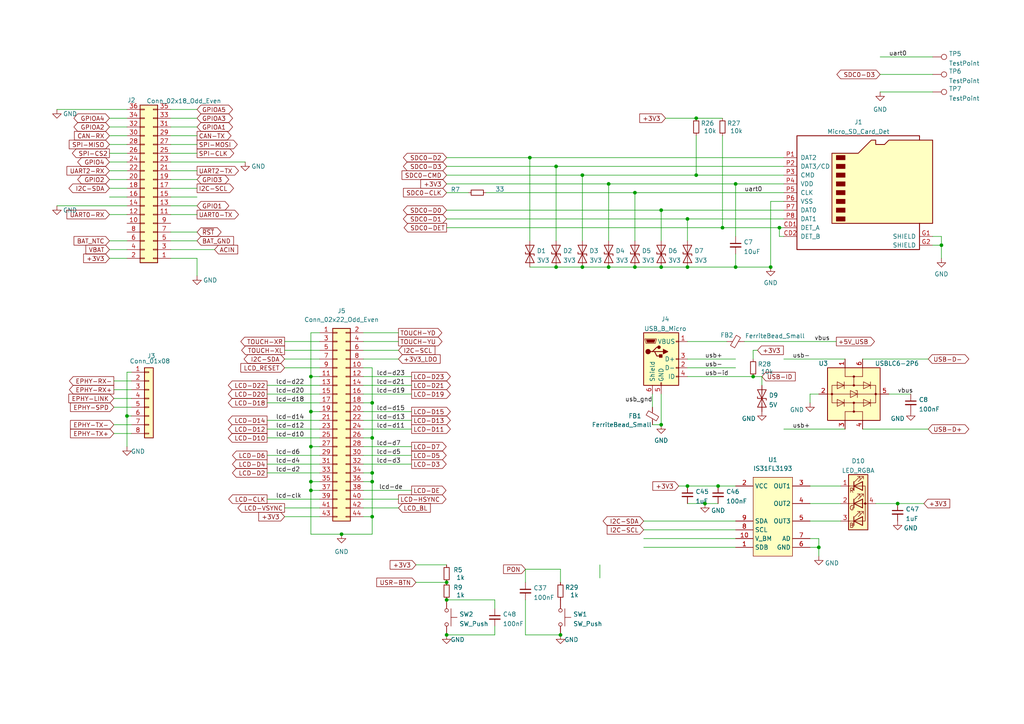
<source format=kicad_sch>
(kicad_sch (version 20211123) (generator eeschema)
  (paper "A4")
  (lib_symbols
    (symbol "Connector:TestPoint" (pin_numbers hide) (pin_names (offset 0.762) hide)
      (property "Reference" "TP" (at 0 6.858 0))
      (property "Value" "TestPoint" (at 0 5.08 0))
      (symbol "TestPoint_1_1"
        (pin passive line (at 0 0 90) (length 2.54) (name "1") (number "1"))
      )
    )
    (symbol "Connector:USB_B_Micro" (pin_names (offset 1.016))
      (property "Reference" "J" (at -5.08 11.43 0))
      (property "Value" "USB_B_Micro" (at -5.08 8.89 0))
      (symbol "USB_B_Micro_1_1"
        (pin power_out line (at 7.62 5.08 180) (length 2.54) (name "VBUS") (number "1"))
        (pin bidirectional line (at 7.62 -2.54 180) (length 2.54) (name "D-") (number "2"))
        (pin bidirectional line (at 7.62 0 180) (length 2.54) (name "D+") (number "3"))
        (pin passive line (at 7.62 -5.08 180) (length 2.54) (name "ID") (number "4"))
        (pin power_out line (at 0 -10.16 90) (length 2.54) (name "GND") (number "5"))
        (pin passive line (at -2.54 -10.16 90) (length 2.54) (name "Shield") (number "6"))
      )
    )
    (symbol "Connector_Generic:Conn_01x08" (pin_names (offset 1.016) hide)
      (property "Reference" "J" (at 0 10.16 0))
      (property "Value" "Conn_01x08" (at 0 -12.7 0))
      (symbol "Conn_01x08_1_1"
        (pin passive line (at -5.08 7.62 0) (length 3.81) (name "Pin_1") (number "1"))
        (pin passive line (at -5.08 5.08 0) (length 3.81) (name "Pin_2") (number "2"))
        (pin passive line (at -5.08 2.54 0) (length 3.81) (name "Pin_3") (number "3"))
        (pin passive line (at -5.08 0 0) (length 3.81) (name "Pin_4") (number "4"))
        (pin passive line (at -5.08 -2.54 0) (length 3.81) (name "Pin_5") (number "5"))
        (pin passive line (at -5.08 -5.08 0) (length 3.81) (name "Pin_6") (number "6"))
        (pin passive line (at -5.08 -7.62 0) (length 3.81) (name "Pin_7") (number "7"))
        (pin passive line (at -5.08 -10.16 0) (length 3.81) (name "Pin_8") (number "8"))
      )
    )
    (symbol "Connector_Generic:Conn_02x18_Odd_Even" (pin_names (offset 1.016) hide)
      (property "Reference" "J" (at 1.27 22.86 0))
      (property "Value" "Conn_02x18_Odd_Even" (at 1.27 -25.4 0))
      (symbol "Conn_02x18_Odd_Even_1_1"
        (pin passive line (at -5.08 20.32 0) (length 3.81) (name "Pin_1") (number "1"))
        (pin passive line (at 7.62 10.16 180) (length 3.81) (name "Pin_10") (number "10"))
        (pin passive line (at -5.08 7.62 0) (length 3.81) (name "Pin_11") (number "11"))
        (pin passive line (at 7.62 7.62 180) (length 3.81) (name "Pin_12") (number "12"))
        (pin passive line (at -5.08 5.08 0) (length 3.81) (name "Pin_13") (number "13"))
        (pin passive line (at 7.62 5.08 180) (length 3.81) (name "Pin_14") (number "14"))
        (pin passive line (at -5.08 2.54 0) (length 3.81) (name "Pin_15") (number "15"))
        (pin passive line (at 7.62 2.54 180) (length 3.81) (name "Pin_16") (number "16"))
        (pin passive line (at -5.08 0 0) (length 3.81) (name "Pin_17") (number "17"))
        (pin passive line (at 7.62 0 180) (length 3.81) (name "Pin_18") (number "18"))
        (pin passive line (at -5.08 -2.54 0) (length 3.81) (name "Pin_19") (number "19"))
        (pin passive line (at 7.62 20.32 180) (length 3.81) (name "Pin_2") (number "2"))
        (pin passive line (at 7.62 -2.54 180) (length 3.81) (name "Pin_20") (number "20"))
        (pin passive line (at -5.08 -5.08 0) (length 3.81) (name "Pin_21") (number "21"))
        (pin passive line (at 7.62 -5.08 180) (length 3.81) (name "Pin_22") (number "22"))
        (pin passive line (at -5.08 -7.62 0) (length 3.81) (name "Pin_23") (number "23"))
        (pin passive line (at 7.62 -7.62 180) (length 3.81) (name "Pin_24") (number "24"))
        (pin passive line (at -5.08 -10.16 0) (length 3.81) (name "Pin_25") (number "25"))
        (pin passive line (at 7.62 -10.16 180) (length 3.81) (name "Pin_26") (number "26"))
        (pin passive line (at -5.08 -12.7 0) (length 3.81) (name "Pin_27") (number "27"))
        (pin passive line (at 7.62 -12.7 180) (length 3.81) (name "Pin_28") (number "28"))
        (pin passive line (at -5.08 -15.24 0) (length 3.81) (name "Pin_29") (number "29"))
        (pin passive line (at -5.08 17.78 0) (length 3.81) (name "Pin_3") (number "3"))
        (pin passive line (at 7.62 -15.24 180) (length 3.81) (name "Pin_30") (number "30"))
        (pin passive line (at -5.08 -17.78 0) (length 3.81) (name "Pin_31") (number "31"))
        (pin passive line (at 7.62 -17.78 180) (length 3.81) (name "Pin_32") (number "32"))
        (pin passive line (at -5.08 -20.32 0) (length 3.81) (name "Pin_33") (number "33"))
        (pin passive line (at 7.62 -20.32 180) (length 3.81) (name "Pin_34") (number "34"))
        (pin passive line (at -5.08 -22.86 0) (length 3.81) (name "Pin_35") (number "35"))
        (pin passive line (at 7.62 -22.86 180) (length 3.81) (name "Pin_36") (number "36"))
        (pin passive line (at 7.62 17.78 180) (length 3.81) (name "Pin_4") (number "4"))
        (pin passive line (at -5.08 15.24 0) (length 3.81) (name "Pin_5") (number "5"))
        (pin passive line (at 7.62 15.24 180) (length 3.81) (name "Pin_6") (number "6"))
        (pin passive line (at -5.08 12.7 0) (length 3.81) (name "Pin_7") (number "7"))
        (pin passive line (at 7.62 12.7 180) (length 3.81) (name "Pin_8") (number "8"))
        (pin passive line (at -5.08 10.16 0) (length 3.81) (name "Pin_9") (number "9"))
      )
    )
    (symbol "Connector_Generic:Conn_02x22_Odd_Even" (pin_names (offset 1.016) hide)
      (property "Reference" "J" (at 1.27 27.94 0))
      (property "Value" "Conn_02x22_Odd_Even" (at 1.27 -30.48 0))
      (symbol "Conn_02x22_Odd_Even_1_1"
        (pin passive line (at -5.08 25.4 0) (length 3.81) (name "Pin_1") (number "1"))
        (pin passive line (at 7.62 15.24 180) (length 3.81) (name "Pin_10") (number "10"))
        (pin passive line (at -5.08 12.7 0) (length 3.81) (name "Pin_11") (number "11"))
        (pin passive line (at 7.62 12.7 180) (length 3.81) (name "Pin_12") (number "12"))
        (pin passive line (at -5.08 10.16 0) (length 3.81) (name "Pin_13") (number "13"))
        (pin passive line (at 7.62 10.16 180) (length 3.81) (name "Pin_14") (number "14"))
        (pin passive line (at -5.08 7.62 0) (length 3.81) (name "Pin_15") (number "15"))
        (pin passive line (at 7.62 7.62 180) (length 3.81) (name "Pin_16") (number "16"))
        (pin passive line (at -5.08 5.08 0) (length 3.81) (name "Pin_17") (number "17"))
        (pin passive line (at 7.62 5.08 180) (length 3.81) (name "Pin_18") (number "18"))
        (pin passive line (at -5.08 2.54 0) (length 3.81) (name "Pin_19") (number "19"))
        (pin passive line (at 7.62 25.4 180) (length 3.81) (name "Pin_2") (number "2"))
        (pin passive line (at 7.62 2.54 180) (length 3.81) (name "Pin_20") (number "20"))
        (pin passive line (at -5.08 0 0) (length 3.81) (name "Pin_21") (number "21"))
        (pin passive line (at 7.62 0 180) (length 3.81) (name "Pin_22") (number "22"))
        (pin passive line (at -5.08 -2.54 0) (length 3.81) (name "Pin_23") (number "23"))
        (pin passive line (at 7.62 -2.54 180) (length 3.81) (name "Pin_24") (number "24"))
        (pin passive line (at -5.08 -5.08 0) (length 3.81) (name "Pin_25") (number "25"))
        (pin passive line (at 7.62 -5.08 180) (length 3.81) (name "Pin_26") (number "26"))
        (pin passive line (at -5.08 -7.62 0) (length 3.81) (name "Pin_27") (number "27"))
        (pin passive line (at 7.62 -7.62 180) (length 3.81) (name "Pin_28") (number "28"))
        (pin passive line (at -5.08 -10.16 0) (length 3.81) (name "Pin_29") (number "29"))
        (pin passive line (at -5.08 22.86 0) (length 3.81) (name "Pin_3") (number "3"))
        (pin passive line (at 7.62 -10.16 180) (length 3.81) (name "Pin_30") (number "30"))
        (pin passive line (at -5.08 -12.7 0) (length 3.81) (name "Pin_31") (number "31"))
        (pin passive line (at 7.62 -12.7 180) (length 3.81) (name "Pin_32") (number "32"))
        (pin passive line (at -5.08 -15.24 0) (length 3.81) (name "Pin_33") (number "33"))
        (pin passive line (at 7.62 -15.24 180) (length 3.81) (name "Pin_34") (number "34"))
        (pin passive line (at -5.08 -17.78 0) (length 3.81) (name "Pin_35") (number "35"))
        (pin passive line (at 7.62 -17.78 180) (length 3.81) (name "Pin_36") (number "36"))
        (pin passive line (at -5.08 -20.32 0) (length 3.81) (name "Pin_37") (number "37"))
        (pin passive line (at 7.62 -20.32 180) (length 3.81) (name "Pin_38") (number "38"))
        (pin passive line (at -5.08 -22.86 0) (length 3.81) (name "Pin_39") (number "39"))
        (pin passive line (at 7.62 22.86 180) (length 3.81) (name "Pin_4") (number "4"))
        (pin passive line (at 7.62 -22.86 180) (length 3.81) (name "Pin_40") (number "40"))
        (pin passive line (at -5.08 -25.4 0) (length 3.81) (name "Pin_41") (number "41"))
        (pin passive line (at 7.62 -25.4 180) (length 3.81) (name "Pin_42") (number "42"))
        (pin passive line (at -5.08 -27.94 0) (length 3.81) (name "Pin_43") (number "43"))
        (pin passive line (at 7.62 -27.94 180) (length 3.81) (name "Pin_44") (number "44"))
        (pin passive line (at -5.08 20.32 0) (length 3.81) (name "Pin_5") (number "5"))
        (pin passive line (at 7.62 20.32 180) (length 3.81) (name "Pin_6") (number "6"))
        (pin passive line (at -5.08 17.78 0) (length 3.81) (name "Pin_7") (number "7"))
        (pin passive line (at 7.62 17.78 180) (length 3.81) (name "Pin_8") (number "8"))
        (pin passive line (at -5.08 15.24 0) (length 3.81) (name "Pin_9") (number "9"))
      )
    )
    (symbol "Device:C_Small" (pin_numbers hide) (pin_names (offset 0.254) hide)
      (property "Reference" "C" (at 0.254 1.778 0))
      (property "Value" "C_Small" (at 0.254 -2.032 0))
      (symbol "C_Small_1_1"
        (pin passive line (at 0 2.54 270) (length 2.032) (name "~") (number "1"))
        (pin passive line (at 0 -2.54 90) (length 2.032) (name "~") (number "2"))
      )
    )
    (symbol "Device:FerriteBead_Small" (pin_numbers hide) (pin_names (offset 0))
      (property "Reference" "FB" (at 1.905 1.27 0))
      (property "Value" "FerriteBead_Small" (at 1.905 -1.27 0))
      (symbol "FerriteBead_Small_1_1"
        (pin passive line (at 0 2.54 270) (length 1.27) (name "~") (number "1"))
        (pin passive line (at 0 -2.54 90) (length 1.27) (name "~") (number "2"))
      )
    )
    (symbol "Device:LED_RGBA" (pin_names (offset 0) hide)
      (property "Reference" "D" (at 0 9.398 0))
      (property "Value" "LED_RGBA" (at 0 -8.89 0))
      (symbol "LED_RGBA_0_0"
        (text "B" (at -1.905 -6.35 0) (effects (font (size 1.27 1.27))))
        (text "G" (at -1.905 -1.27 0) (effects (font (size 1.27 1.27))))
        (text "R" (at -1.905 3.81 0) (effects (font (size 1.27 1.27))))
      )
      (symbol "LED_RGBA_1_1"
        (pin passive line (at -5.08 5.08 0) (length 2.54) (name "RK") (number "1"))
        (pin passive line (at -5.08 0 0) (length 2.54) (name "GK") (number "2"))
        (pin passive line (at -5.08 -5.08 0) (length 2.54) (name "BK") (number "3"))
        (pin passive line (at 5.08 0 180) (length 2.54) (name "A") (number "4"))
      )
    )
    (symbol "Device:R_Small" (pin_numbers hide) (pin_names (offset 0.254) hide)
      (property "Reference" "R" (at 0.762 0.508 0))
      (property "Value" "R_Small" (at 0.762 -1.016 0))
      (symbol "R_Small_1_1"
        (pin passive line (at 0 2.54 270) (length 0.762) (name "~") (number "1"))
        (pin passive line (at 0 -2.54 90) (length 0.762) (name "~") (number "2"))
      )
    )
    (symbol "Diode:ESD9B3.3ST5G" (pin_numbers hide) (pin_names (offset 1.016) hide)
      (property "Reference" "D" (at 0 2.54 0))
      (property "Value" "ESD9B3.3ST5G" (at 0 -2.54 0))
      (symbol "ESD9B3.3ST5G_1_1"
        (pin passive line (at -3.81 0 0) (length 2.54) (name "A1") (number "1"))
        (pin passive line (at 3.81 0 180) (length 2.54) (name "A2") (number "2"))
      )
    )
    (symbol "Power_Protection:USBLC6-2P6" (pin_names hide)
      (property "Reference" "U" (at 2.54 8.89 0))
      (property "Value" "USBLC6-2P6" (at 2.54 -8.89 0))
      (symbol "USBLC6-2P6_1_1"
        (pin passive line (at -10.16 -2.54 0) (length 2.54) (name "I/O1") (number "1"))
        (pin passive line (at 0 -10.16 90) (length 2.54) (name "GND") (number "2"))
        (pin passive line (at 10.16 -2.54 180) (length 2.54) (name "I/O2") (number "3"))
        (pin passive line (at 10.16 2.54 180) (length 2.54) (name "I/O2") (number "4"))
        (pin passive line (at 0 10.16 270) (length 2.54) (name "VBUS") (number "5"))
        (pin passive line (at -10.16 2.54 0) (length 2.54) (name "I/O1") (number "6"))
      )
    )
    (symbol "Switch:SW_Push" (pin_numbers hide) (pin_names (offset 1.016) hide)
      (property "Reference" "SW" (at 1.27 2.54 0))
      (property "Value" "SW_Push" (at 0 -1.524 0))
      (symbol "SW_Push_0_1"
        (pin passive line (at -5.08 0 0) (length 2.54) (name "1") (number "1"))
        (pin passive line (at 5.08 0 180) (length 2.54) (name "2") (number "2"))
      )
    )
    (symbol "gct:Micro_SD_Card_Det" (pin_names (offset 1.016))
      (property "Reference" "J" (at -16.51 17.78 0))
      (property "Value" "Micro_SD_Card_Det" (at 16.51 17.78 0))
      (symbol "Micro_SD_Card_Det_1_1"
        (pin passive line (at -22.86 -10.16 0) (length 3.81) (name "DET_A") (number "CD1"))
        (pin passive line (at -22.86 -12.7 0) (length 3.81) (name "DET_B") (number "CD2"))
        (pin passive line (at 20.32 -12.7 180) (length 3.81) (name "SHIELD") (number "G1"))
        (pin passive line (at 20.32 -15.24 180) (length 3.81) (name "SHIELD") (number "G2"))
        (pin bidirectional line (at -22.86 10.16 0) (length 3.81) (name "DAT2") (number "P1"))
        (pin bidirectional line (at -22.86 7.62 0) (length 3.81) (name "DAT3/CD") (number "P2"))
        (pin input line (at -22.86 5.08 0) (length 3.81) (name "CMD") (number "P3"))
        (pin power_in line (at -22.86 2.54 0) (length 3.81) (name "VDD") (number "P4"))
        (pin input line (at -22.86 0 0) (length 3.81) (name "CLK") (number "P5"))
        (pin power_in line (at -22.86 -2.54 0) (length 3.81) (name "VSS") (number "P6"))
        (pin bidirectional line (at -22.86 -5.08 0) (length 3.81) (name "DAT0") (number "P7"))
        (pin bidirectional line (at -22.86 -7.62 0) (length 3.81) (name "DAT1") (number "P8"))
      )
    )
    (symbol "issi:IS31FL3193"
      (property "Reference" "U" (at 0 6.35 0))
      (property "Value" "IS31FL3193" (at 0 3.81 0))
      (symbol "IS31FL3193_1_1"
        (pin input line (at -11.43 -20.32 0) (length 5.08) (name "SDB") (number "1"))
        (pin input line (at -11.43 -17.78 0) (length 5.08) (name "V_BM") (number "10"))
        (pin input line (at 10.16 -20.32 180) (length 5.08) hide (name "GND") (number "11"))
        (pin input line (at -11.43 -2.54 0) (length 5.08) (name "VCC") (number "2"))
        (pin input line (at 10.16 -2.54 180) (length 5.08) (name "OUT1") (number "3"))
        (pin input line (at 10.16 -7.62 180) (length 5.08) (name "OUT2") (number "4"))
        (pin input line (at 10.16 -12.7 180) (length 5.08) (name "OUT3") (number "5"))
        (pin input line (at 10.16 -20.32 180) (length 5.08) (name "GND") (number "6"))
        (pin input line (at 10.16 -17.78 180) (length 5.08) (name "AD") (number "7"))
        (pin input line (at -11.43 -15.24 0) (length 5.08) (name "SCL") (number "8"))
        (pin input line (at -11.43 -12.7 0) (length 5.08) (name "SDA") (number "9"))
      )
    )
    (symbol "power:GND" (power) (pin_names (offset 0))
      (property "Value" "GND" (at 0 -3.81 0))
      (symbol "GND_1_1"
        (pin power_in line (at 0 0 270) (length 0) hide (name "GND") (number "1"))
      )
    )
  )
  (junction (at 99.06 154.94))
  (junction (at 161.29 48.26) (diameter 0.9144))
  (junction (at 168.91 77.47) (diameter 0.9144))
  (junction (at 237.49 158.75))
  (junction (at 153.67 45.72) (diameter 0.9144))
  (junction (at 199.39 63.5) (diameter 0.9144))
  (junction (at 208.28 140.97))
  (junction (at 191.77 123.19))
  (junction (at 184.15 55.88) (diameter 0.9144))
  (junction (at 184.15 77.47) (diameter 0.9144))
  (junction (at 191.77 77.47) (diameter 0.9144))
  (junction (at 213.36 53.34) (diameter 0.9144))
  (junction (at 107.95 149.86))
  (junction (at 90.17 139.7))
  (junction (at 209.55 66.04) (diameter 0.9144))
  (junction (at 129.54 173.99))
  (junction (at 161.29 77.47) (diameter 0.9144))
  (junction (at 90.17 119.38))
  (junction (at 204.47 146.05))
  (junction (at 201.93 34.29))
  (junction (at 273.05 71.12) (diameter 0.9144))
  (junction (at 129.54 168.91))
  (junction (at 191.77 60.96) (diameter 0.9144))
  (junction (at 90.17 142.24))
  (junction (at 201.93 50.8) (diameter 0.9144))
  (junction (at 199.39 140.97))
  (junction (at 213.36 77.47) (diameter 0.9144))
  (junction (at 226.06 66.04) (diameter 0.9144))
  (junction (at 107.95 137.16))
  (junction (at 90.17 129.54))
  (junction (at 168.91 50.8) (diameter 0.9144))
  (junction (at 107.95 127))
  (junction (at 260.35 146.05))
  (junction (at 199.39 77.47) (diameter 0.9144))
  (junction (at 129.54 184.15))
  (junction (at 107.95 139.7))
  (junction (at 176.53 77.47) (diameter 0.9144))
  (junction (at 223.52 77.47) (diameter 0.9144))
  (junction (at 107.95 116.84))
  (junction (at 90.17 109.22))
  (junction (at 176.53 53.34) (diameter 0.9144))
  (junction (at 162.56 184.15))
  (junction (at 218.44 109.22))
  (junction (at 36.83 120.65))
  (wire (pts (xy 49.53 74.93) (xy 57.15 74.93)))
  (wire (pts (xy 36.83 120.65) (xy 36.83 129.54)))
  (wire (pts (xy 218.44 101.6) (xy 219.71 101.6)))
  (wire (pts (xy 218.44 104.14) (xy 218.44 101.6)))
  (wire (pts (xy 213.36 77.47) (xy 223.52 77.47)))
  (wire (pts (xy 31.75 44.45) (xy 36.83 44.45)))
  (wire (pts (xy 199.39 146.05) (xy 204.47 146.05)))
  (wire (pts (xy 186.69 153.67) (xy 213.36 153.67)))
  (wire (pts (xy 77.47 144.78) (xy 92.71 144.78)))
  (wire (pts (xy 105.41 106.68) (xy 107.95 106.68)))
  (wire (pts (xy 31.75 34.29) (xy 36.83 34.29)))
  (wire (pts (xy 196.85 140.97) (xy 199.39 140.97)))
  (wire (pts (xy 162.56 165.1) (xy 152.4 165.1)))
  (wire (pts (xy 162.56 168.91) (xy 162.56 165.1)))
  (wire (pts (xy 105.41 124.46) (xy 119.38 124.46)))
  (wire (pts (xy 213.36 53.34) (xy 227.33 53.34)))
  (wire (pts (xy 90.17 129.54) (xy 92.71 129.54)))
  (wire (pts (xy 153.67 77.47) (xy 161.29 77.47)))
  (wire (pts (xy 161.29 77.47) (xy 168.91 77.47)))
  (wire (pts (xy 168.91 77.47) (xy 176.53 77.47)))
  (wire (pts (xy 176.53 77.47) (xy 184.15 77.47)))
  (wire (pts (xy 184.15 77.47) (xy 191.77 77.47)))
  (wire (pts (xy 191.77 77.47) (xy 199.39 77.47)))
  (wire (pts (xy 199.39 77.47) (xy 213.36 77.47)))
  (wire (pts (xy 90.17 96.52) (xy 90.17 109.22)))
  (wire (pts (xy 168.91 50.8) (xy 168.91 69.85)))
  (wire (pts (xy 107.95 154.94) (xy 99.06 154.94)))
  (wire (pts (xy 199.39 99.06) (xy 210.82 99.06)))
  (wire (pts (xy 31.75 74.93) (xy 36.83 74.93)))
  (wire (pts (xy 161.29 48.26) (xy 161.29 69.85)))
  (wire (pts (xy 237.49 156.21) (xy 237.49 158.75)))
  (wire (pts (xy 143.51 181.61) (xy 143.51 184.15)))
  (wire (pts (xy 90.17 139.7) (xy 92.71 139.7)))
  (wire (pts (xy 189.23 123.19) (xy 191.77 123.19)))
  (wire (pts (xy 129.54 66.04) (xy 209.55 66.04)))
  (wire (pts (xy 176.53 53.34) (xy 176.53 69.85)))
  (wire (pts (xy 90.17 139.7) (xy 90.17 142.24)))
  (wire (pts (xy 173.99 167.64) (xy 173.99 163.83)))
  (wire (pts (xy 31.75 41.91) (xy 36.83 41.91)))
  (wire (pts (xy 90.17 154.94) (xy 99.06 154.94)))
  (wire (pts (xy 31.75 49.53) (xy 36.83 49.53)))
  (wire (pts (xy 199.39 109.22) (xy 218.44 109.22)))
  (wire (pts (xy 218.44 109.22) (xy 220.98 109.22)))
  (wire (pts (xy 220.98 109.22) (xy 220.98 111.76)))
  (wire (pts (xy 213.36 53.34) (xy 213.36 68.58)))
  (wire (pts (xy 105.41 99.06) (xy 115.57 99.06)))
  (wire (pts (xy 49.53 52.07) (xy 57.15 52.07)))
  (wire (pts (xy 105.41 127) (xy 107.95 127)))
  (wire (pts (xy 49.53 34.29) (xy 57.15 34.29)))
  (wire (pts (xy 107.95 116.84) (xy 107.95 127)))
  (wire (pts (xy 213.36 73.66) (xy 213.36 77.47)))
  (wire (pts (xy 77.47 114.3) (xy 92.71 114.3)))
  (wire (pts (xy 186.69 151.13) (xy 213.36 151.13)))
  (wire (pts (xy 250.19 124.46) (xy 269.24 124.46)))
  (wire (pts (xy 49.53 59.69) (xy 57.15 59.69)))
  (wire (pts (xy 189.23 114.3) (xy 189.23 118.11)))
  (wire (pts (xy 77.47 137.16) (xy 92.71 137.16)))
  (wire (pts (xy 82.55 149.86) (xy 92.71 149.86)))
  (wire (pts (xy 49.53 62.23) (xy 57.15 62.23)))
  (wire (pts (xy 31.75 54.61) (xy 36.83 54.61)))
  (wire (pts (xy 129.54 55.88) (xy 135.89 55.88)))
  (wire (pts (xy 82.55 101.6) (xy 92.71 101.6)))
  (wire (pts (xy 31.75 52.07) (xy 36.83 52.07)))
  (wire (pts (xy 105.41 111.76) (xy 119.38 111.76)))
  (wire (pts (xy 255.27 16.51) (xy 270.51 16.51)))
  (wire (pts (xy 105.41 149.86) (xy 107.95 149.86)))
  (wire (pts (xy 255.27 26.67) (xy 270.51 26.67)))
  (wire (pts (xy 129.54 48.26) (xy 161.29 48.26)))
  (wire (pts (xy 161.29 48.26) (xy 227.33 48.26)))
  (wire (pts (xy 49.53 31.75) (xy 57.15 31.75)))
  (wire (pts (xy 209.55 39.37) (xy 209.55 66.04)))
  (wire (pts (xy 82.55 147.32) (xy 92.71 147.32)))
  (wire (pts (xy 234.95 146.05) (xy 243.84 146.05)))
  (wire (pts (xy 57.15 74.93) (xy 57.15 80.01)))
  (wire (pts (xy 176.53 53.34) (xy 213.36 53.34)))
  (wire (pts (xy 105.41 147.32) (xy 115.57 147.32)))
  (wire (pts (xy 254 146.05) (xy 260.35 146.05)))
  (wire (pts (xy 153.67 45.72) (xy 153.67 69.85)))
  (wire (pts (xy 77.47 111.76) (xy 92.71 111.76)))
  (wire (pts (xy 184.15 55.88) (xy 227.33 55.88)))
  (wire (pts (xy 201.93 39.37) (xy 201.93 50.8)))
  (wire (pts (xy 49.53 44.45) (xy 57.15 44.45)))
  (wire (pts (xy 257.81 114.3) (xy 264.16 114.3)))
  (wire (pts (xy 105.41 139.7) (xy 107.95 139.7)))
  (wire (pts (xy 234.95 156.21) (xy 237.49 156.21)))
  (wire (pts (xy 31.75 39.37) (xy 36.83 39.37)))
  (wire (pts (xy 105.41 134.62) (xy 119.38 134.62)))
  (wire (pts (xy 129.54 50.8) (xy 168.91 50.8)))
  (wire (pts (xy 168.91 50.8) (xy 201.93 50.8)))
  (wire (pts (xy 16.51 59.69) (xy 36.83 59.69)))
  (wire (pts (xy 82.55 99.06) (xy 92.71 99.06)))
  (wire (pts (xy 77.47 134.62) (xy 92.71 134.62)))
  (wire (pts (xy 90.17 119.38) (xy 92.71 119.38)))
  (wire (pts (xy 234.95 151.13) (xy 243.84 151.13)))
  (wire (pts (xy 49.53 36.83) (xy 57.15 36.83)))
  (wire (pts (xy 186.69 158.75) (xy 213.36 158.75)))
  (wire (pts (xy 199.39 63.5) (xy 227.33 63.5)))
  (wire (pts (xy 129.54 60.96) (xy 191.77 60.96)))
  (wire (pts (xy 90.17 142.24) (xy 92.71 142.24)))
  (wire (pts (xy 191.77 60.96) (xy 191.77 69.85)))
  (wire (pts (xy 234.95 140.97) (xy 243.84 140.97)))
  (wire (pts (xy 193.04 34.29) (xy 201.93 34.29)))
  (wire (pts (xy 201.93 34.29) (xy 209.55 34.29)))
  (wire (pts (xy 105.41 132.08) (xy 119.38 132.08)))
  (wire (pts (xy 82.55 104.14) (xy 92.71 104.14)))
  (wire (pts (xy 105.41 96.52) (xy 115.57 96.52)))
  (wire (pts (xy 49.53 39.37) (xy 57.15 39.37)))
  (wire (pts (xy 129.54 63.5) (xy 199.39 63.5)))
  (wire (pts (xy 208.28 140.97) (xy 213.36 140.97)))
  (wire (pts (xy 199.39 63.5) (xy 199.39 69.85)))
  (wire (pts (xy 204.47 146.05) (xy 208.28 146.05)))
  (wire (pts (xy 129.54 53.34) (xy 176.53 53.34)))
  (wire (pts (xy 234.95 114.3) (xy 234.95 116.84)))
  (wire (pts (xy 237.49 114.3) (xy 234.95 114.3)))
  (wire (pts (xy 77.47 116.84) (xy 92.71 116.84)))
  (wire (pts (xy 107.95 139.7) (xy 107.95 149.86)))
  (wire (pts (xy 49.53 72.39) (xy 62.23 72.39)))
  (wire (pts (xy 49.53 54.61) (xy 57.15 54.61)))
  (wire (pts (xy 36.83 107.95) (xy 36.83 120.65)))
  (wire (pts (xy 33.02 115.57) (xy 38.1 115.57)))
  (wire (pts (xy 36.83 107.95) (xy 38.1 107.95)))
  (wire (pts (xy 90.17 119.38) (xy 90.17 129.54)))
  (wire (pts (xy 140.97 55.88) (xy 184.15 55.88)))
  (wire (pts (xy 105.41 101.6) (xy 115.57 101.6)))
  (wire (pts (xy 107.95 106.68) (xy 107.95 116.84)))
  (wire (pts (xy 184.15 55.88) (xy 184.15 69.85)))
  (wire (pts (xy 223.52 58.42) (xy 223.52 77.47)))
  (wire (pts (xy 227.33 58.42) (xy 223.52 58.42)))
  (wire (pts (xy 33.02 118.11) (xy 38.1 118.11)))
  (wire (pts (xy 105.41 109.22) (xy 119.38 109.22)))
  (wire (pts (xy 143.51 176.53) (xy 143.51 173.99)))
  (wire (pts (xy 245.11 124.46) (xy 227.33 124.46)))
  (wire (pts (xy 90.17 129.54) (xy 90.17 139.7)))
  (wire (pts (xy 255.27 21.59) (xy 270.51 21.59)))
  (wire (pts (xy 92.71 96.52) (xy 90.17 96.52)))
  (wire (pts (xy 49.53 41.91) (xy 57.15 41.91)))
  (wire (pts (xy 105.41 116.84) (xy 107.95 116.84)))
  (wire (pts (xy 82.55 106.68) (xy 92.71 106.68)))
  (wire (pts (xy 152.4 173.99) (xy 152.4 184.15)))
  (wire (pts (xy 152.4 184.15) (xy 162.56 184.15)))
  (wire (pts (xy 191.77 60.96) (xy 227.33 60.96)))
  (wire (pts (xy 77.47 132.08) (xy 92.71 132.08)))
  (wire (pts (xy 49.53 57.15) (xy 57.15 57.15)))
  (wire (pts (xy 199.39 106.68) (xy 213.36 106.68)))
  (wire (pts (xy 186.69 156.21) (xy 213.36 156.21)))
  (wire (pts (xy 191.77 114.3) (xy 191.77 123.19)))
  (wire (pts (xy 105.41 137.16) (xy 107.95 137.16)))
  (wire (pts (xy 107.95 127) (xy 107.95 137.16)))
  (wire (pts (xy 129.54 184.15) (xy 143.51 184.15)))
  (wire (pts (xy 36.83 120.65) (xy 38.1 120.65)))
  (wire (pts (xy 199.39 140.97) (xy 208.28 140.97)))
  (wire (pts (xy 215.9 99.06) (xy 242.57 99.06)))
  (wire (pts (xy 105.41 144.78) (xy 115.57 144.78)))
  (wire (pts (xy 31.75 62.23) (xy 36.83 62.23)))
  (wire (pts (xy 227.33 104.14) (xy 245.11 104.14)))
  (wire (pts (xy 105.41 114.3) (xy 119.38 114.3)))
  (wire (pts (xy 105.41 121.92) (xy 119.38 121.92)))
  (wire (pts (xy 31.75 72.39) (xy 36.83 72.39)))
  (wire (pts (xy 49.53 46.99) (xy 71.12 46.99)))
  (wire (pts (xy 49.53 49.53) (xy 57.15 49.53)))
  (wire (pts (xy 209.55 66.04) (xy 226.06 66.04)))
  (wire (pts (xy 226.06 66.04) (xy 227.33 66.04)))
  (wire (pts (xy 31.75 46.99) (xy 36.83 46.99)))
  (wire (pts (xy 77.47 124.46) (xy 92.71 124.46)))
  (wire (pts (xy 90.17 109.22) (xy 92.71 109.22)))
  (wire (pts (xy 199.39 104.14) (xy 213.36 104.14)))
  (wire (pts (xy 143.51 173.99) (xy 129.54 173.99)))
  (wire (pts (xy 77.47 127) (xy 92.71 127)))
  (wire (pts (xy 107.95 149.86) (xy 107.95 154.94)))
  (wire (pts (xy 16.51 31.75) (xy 36.83 31.75)))
  (wire (pts (xy 33.02 123.19) (xy 38.1 123.19)))
  (wire (pts (xy 105.41 142.24) (xy 119.38 142.24)))
  (wire (pts (xy 201.93 50.8) (xy 227.33 50.8)))
  (wire (pts (xy 129.54 45.72) (xy 153.67 45.72)))
  (wire (pts (xy 153.67 45.72) (xy 227.33 45.72)))
  (wire (pts (xy 237.49 158.75) (xy 237.49 161.29)))
  (wire (pts (xy 49.53 67.31) (xy 57.15 67.31)))
  (wire (pts (xy 270.51 68.58) (xy 273.05 68.58)))
  (wire (pts (xy 273.05 68.58) (xy 273.05 71.12)))
  (wire (pts (xy 273.05 71.12) (xy 273.05 74.93)))
  (wire (pts (xy 107.95 137.16) (xy 107.95 139.7)))
  (wire (pts (xy 33.02 125.73) (xy 38.1 125.73)))
  (wire (pts (xy 33.02 113.03) (xy 38.1 113.03)))
  (wire (pts (xy 270.51 71.12) (xy 273.05 71.12)))
  (wire (pts (xy 31.75 36.83) (xy 36.83 36.83)))
  (wire (pts (xy 31.75 69.85) (xy 36.83 69.85)))
  (wire (pts (xy 90.17 109.22) (xy 90.17 119.38)))
  (wire (pts (xy 250.19 104.14) (xy 269.24 104.14)))
  (wire (pts (xy 31.75 57.15) (xy 36.83 57.15)))
  (wire (pts (xy 49.53 69.85) (xy 57.15 69.85)))
  (wire (pts (xy 120.65 168.91) (xy 129.54 168.91)))
  (wire (pts (xy 234.95 158.75) (xy 237.49 158.75)))
  (wire (pts (xy 105.41 104.14) (xy 115.57 104.14)))
  (wire (pts (xy 226.06 68.58) (xy 226.06 66.04)))
  (wire (pts (xy 227.33 68.58) (xy 226.06 68.58)))
  (wire (pts (xy 33.02 110.49) (xy 38.1 110.49)))
  (wire (pts (xy 90.17 142.24) (xy 90.17 154.94)))
  (wire (pts (xy 77.47 121.92) (xy 92.71 121.92)))
  (wire (pts (xy 260.35 146.05) (xy 267.97 146.05)))
  (wire (pts (xy 105.41 119.38) (xy 119.38 119.38)))
  (wire (pts (xy 105.41 129.54) (xy 119.38 129.54)))
  (wire (pts (xy 120.65 163.83) (xy 129.54 163.83)))
  (wire (pts (xy 152.4 165.1) (xy 152.4 168.91)))
  (label "lcd-d19" (at 109.22 114.3 0))
  (label "lcd-d5" (at 109.22 132.08 0))
  (label "usb-" (at 204.47 106.68 0))
  (label "lcd-d10" (at 80.01 127 0))
  (label "uart0" (at 215.9 55.88 0))
  (label "usb-" (at 229.87 104.14 0))
  (label "usb-id" (at 204.47 109.22 0))
  (label "lcd-d6" (at 80.01 132.08 0))
  (label "lcd-d20" (at 80.01 114.3 0))
  (label "usb+" (at 204.47 104.14 0))
  (label "lcd-d13" (at 109.22 121.92 0))
  (label "lcd-d11" (at 109.22 124.46 0))
  (label "vbus" (at 236.22 99.06 0))
  (label "lcd-d18" (at 80.01 116.84 0))
  (label "lcd-d23" (at 109.22 109.22 0))
  (label "lcd-d21" (at 109.22 111.76 0))
  (label "vbus" (at 260.35 114.3 0))
  (label "usb_gnd" (at 189.23 116.84 180))
  (label "lcd-de" (at 116.84 142.24 180))
  (label "lcd-d7" (at 109.22 129.54 0))
  (label "lcd-d12" (at 80.01 124.46 0))
  (label "usb+" (at 229.87 124.46 0))
  (label "uart0" (at 257.81 16.51 0))
  (label "lcd-d14" (at 80.01 121.92 0))
  (label "lcd-d22" (at 80.01 111.76 0))
  (label "lcd-d15" (at 109.22 119.38 0))
  (label "lcd-d3" (at 109.22 134.62 0))
  (label "lcd-d4" (at 80.01 134.62 0))
  (label "lcd-d2" (at 80.01 137.16 0))
  (label "lcd-clk" (at 80.01 144.78 0))
  (global_label "UART2-RX" (shape input) (at 31.75 49.53 180) (property "Intersheet References" "${INTERSHEET_REFS}" (effects hide)))
  (global_label "LCD-D6" (shape output) (at 77.47 132.08 180) (property "Intersheet References" "${INTERSHEET_REFS}" (effects hide)))
  (global_label "EPHY-RX-" (shape output) (at 33.02 110.49 180) (property "Intersheet References" "${INTERSHEET_REFS}" (effects hide)))
  (global_label "SDC0-CMD" (shape input) (at 129.54 50.8 180) (property "Intersheet References" "${INTERSHEET_REFS}" (effects hide)))
  (global_label "LCD-D13" (shape output) (at 119.38 121.92 0) (property "Intersheet References" "${INTERSHEET_REFS}" (effects hide)))
  (global_label "SDC0-DET" (shape output) (at 129.54 66.04 180) (property "Intersheet References" "${INTERSHEET_REFS}" (effects hide)))
  (global_label "+3V3" (shape input) (at 82.55 149.86 180) (property "Intersheet References" "${INTERSHEET_REFS}" (effects hide)))
  (global_label "LCD_BL" (shape input) (at 115.57 147.32 0) (property "Intersheet References" "${INTERSHEET_REFS}" (effects hide)))
  (global_label "BAT_GND" (shape input) (at 57.15 69.85 0) (property "Intersheet References" "${INTERSHEET_REFS}" (effects hide)))
  (global_label "USR-BTN" (shape input) (at 120.65 168.91 180) (property "Intersheet References" "${INTERSHEET_REFS}" (effects hide)))
  (global_label "LCD-D19" (shape output) (at 119.38 114.3 0) (property "Intersheet References" "${INTERSHEET_REFS}" (effects hide)))
  (global_label "ACIN" (shape input) (at 62.23 72.39 0) (property "Intersheet References" "${INTERSHEET_REFS}" (effects hide)))
  (global_label "+3V3" (shape input) (at 120.65 163.83 180) (property "Intersheet References" "${INTERSHEET_REFS}" (effects hide)))
  (global_label "TOUCH-XR" (shape output) (at 82.55 99.06 180) (property "Intersheet References" "${INTERSHEET_REFS}" (effects hide)))
  (global_label "+3V3" (shape input) (at 129.54 53.34 180) (property "Intersheet References" "${INTERSHEET_REFS}" (effects hide)))
  (global_label "+3V3" (shape input) (at 31.75 74.93 180) (property "Intersheet References" "${INTERSHEET_REFS}" (effects hide)))
  (global_label "EPHY-TX-" (shape input) (at 33.02 123.19 180) (property "Intersheet References" "${INTERSHEET_REFS}" (effects hide)))
  (global_label "EPHY-TX+" (shape input) (at 33.02 125.73 180) (property "Intersheet References" "${INTERSHEET_REFS}" (effects hide)))
  (global_label "GPIO2" (shape bidirectional) (at 31.75 52.07 180) (property "Intersheet References" "${INTERSHEET_REFS}" (effects hide)))
  (global_label "GPIOA1" (shape bidirectional) (at 57.15 36.83 0) (property "Intersheet References" "${INTERSHEET_REFS}" (effects hide)))
  (global_label "SPI-MOSI" (shape output) (at 57.15 41.91 0) (property "Intersheet References" "${INTERSHEET_REFS}" (effects hide)))
  (global_label "LCD-DE" (shape output) (at 119.38 142.24 0) (property "Intersheet References" "${INTERSHEET_REFS}" (effects hide)))
  (global_label "+3V3" (shape input) (at 196.85 140.97 180) (property "Intersheet References" "${INTERSHEET_REFS}" (effects hide)))
  (global_label "EPHY-SPD" (shape input) (at 33.02 118.11 180) (property "Intersheet References" "${INTERSHEET_REFS}" (effects hide)))
  (global_label "LCD-D12" (shape output) (at 77.47 124.46 180) (property "Intersheet References" "${INTERSHEET_REFS}" (effects hide)))
  (global_label "LCD-D11" (shape output) (at 119.38 124.46 0) (property "Intersheet References" "${INTERSHEET_REFS}" (effects hide)))
  (global_label "CAN-RX" (shape input) (at 31.75 39.37 180) (property "Intersheet References" "${INTERSHEET_REFS}" (effects hide)))
  (global_label "SPI-CS2" (shape output) (at 31.75 44.45 180) (property "Intersheet References" "${INTERSHEET_REFS}" (effects hide)))
  (global_label "BAT_NTC" (shape input) (at 31.75 69.85 180) (property "Intersheet References" "${INTERSHEET_REFS}" (effects hide)))
  (global_label "GPIO3" (shape bidirectional) (at 57.15 52.07 0) (property "Intersheet References" "${INTERSHEET_REFS}" (effects hide)))
  (global_label "TOUCH-XL" (shape output) (at 82.55 101.6 180) (property "Intersheet References" "${INTERSHEET_REFS}" (effects hide)))
  (global_label "UART2-TX" (shape output) (at 57.15 49.53 0) (property "Intersheet References" "${INTERSHEET_REFS}" (effects hide)))
  (global_label "USB-D-" (shape bidirectional) (at 269.24 104.14 0) (property "Intersheet References" "${INTERSHEET_REFS}" (effects hide)))
  (global_label "+5V_USB" (shape output) (at 242.57 99.06 0) (property "Intersheet References" "${INTERSHEET_REFS}" (effects hide)))
  (global_label "SDC0-D2" (shape bidirectional) (at 129.54 45.72 180) (property "Intersheet References" "${INTERSHEET_REFS}" (effects hide)))
  (global_label "GPIOA3" (shape bidirectional) (at 57.15 34.29 0) (property "Intersheet References" "${INTERSHEET_REFS}" (effects hide)))
  (global_label "LCD-HSYNC" (shape output) (at 115.57 144.78 0) (property "Intersheet References" "${INTERSHEET_REFS}" (effects hide)))
  (global_label "I2C-SCL" (shape output) (at 57.15 54.61 0) (property "Intersheet References" "${INTERSHEET_REFS}" (effects hide)))
  (global_label "TOUCH-YD" (shape output) (at 115.57 96.52 0) (property "Intersheet References" "${INTERSHEET_REFS}" (effects hide)))
  (global_label "I2C-SDA" (shape bidirectional) (at 186.69 151.13 180) (property "Intersheet References" "${INTERSHEET_REFS}" (effects hide)))
  (global_label "LCD-D22" (shape output) (at 77.47 111.76 180) (property "Intersheet References" "${INTERSHEET_REFS}" (effects hide)))
  (global_label "GPIO1" (shape bidirectional) (at 57.15 59.69 0) (property "Intersheet References" "${INTERSHEET_REFS}" (effects hide)))
  (global_label "LCD-D21" (shape output) (at 119.38 111.76 0) (property "Intersheet References" "${INTERSHEET_REFS}" (effects hide)))
  (global_label "I2C-SCL" (shape input) (at 186.69 153.67 180) (property "Intersheet References" "${INTERSHEET_REFS}" (effects hide)))
  (global_label "GPIOA5" (shape bidirectional) (at 57.15 31.75 0) (property "Intersheet References" "${INTERSHEET_REFS}" (effects hide)))
  (global_label "+3V3_LDO" (shape input) (at 115.57 104.14 0) (property "Intersheet References" "${INTERSHEET_REFS}" (effects hide)))
  (global_label "USB-D+" (shape bidirectional) (at 269.24 124.46 0) (property "Intersheet References" "${INTERSHEET_REFS}" (effects hide)))
  (global_label "GPIO4" (shape bidirectional) (at 31.75 46.99 180) (property "Intersheet References" "${INTERSHEET_REFS}" (effects hide)))
  (global_label "+3V3" (shape input) (at 267.97 146.05 0) (property "Intersheet References" "${INTERSHEET_REFS}" (effects hide)))
  (global_label "I2C-SDA" (shape bidirectional) (at 82.55 104.14 180) (property "Intersheet References" "${INTERSHEET_REFS}" (effects hide)))
  (global_label "SDC0-D3" (shape bidirectional) (at 255.27 21.59 180) (property "Intersheet References" "${INTERSHEET_REFS}" (effects hide)))
  (global_label "EPHY-RX+" (shape output) (at 33.02 113.03 180) (property "Intersheet References" "${INTERSHEET_REFS}" (effects hide)))
  (global_label "EPHY-LINK" (shape input) (at 33.02 115.57 180) (property "Intersheet References" "${INTERSHEET_REFS}" (effects hide)))
  (global_label "LCD-D4" (shape output) (at 77.47 134.62 180) (property "Intersheet References" "${INTERSHEET_REFS}" (effects hide)))
  (global_label "TOUCH-YU" (shape output) (at 115.57 99.06 0) (property "Intersheet References" "${INTERSHEET_REFS}" (effects hide)))
  (global_label "LCD_RESET" (shape input) (at 82.55 106.68 180) (property "Intersheet References" "${INTERSHEET_REFS}" (effects hide)))
  (global_label "PON" (shape input) (at 152.4 165.1 180) (property "Intersheet References" "${INTERSHEET_REFS}" (effects hide)))
  (global_label "USB-ID" (shape input) (at 220.98 109.22 0) (property "Intersheet References" "${INTERSHEET_REFS}" (effects hide)))
  (global_label "LCD-D2" (shape output) (at 77.47 137.16 180) (property "Intersheet References" "${INTERSHEET_REFS}" (effects hide)))
  (global_label "UART0-RX" (shape input) (at 31.75 62.23 180) (property "Intersheet References" "${INTERSHEET_REFS}" (effects hide)))
  (global_label "LCD-D3" (shape output) (at 119.38 134.62 0) (property "Intersheet References" "${INTERSHEET_REFS}" (effects hide)))
  (global_label "I2C-SCL" (shape input) (at 115.57 101.6 0) (property "Intersheet References" "${INTERSHEET_REFS}" (effects hide)))
  (global_label "LCD-D5" (shape output) (at 119.38 132.08 0) (property "Intersheet References" "${INTERSHEET_REFS}" (effects hide)))
  (global_label "SDC0-CLK" (shape input) (at 129.54 55.88 180) (property "Intersheet References" "${INTERSHEET_REFS}" (effects hide)))
  (global_label "+3V3" (shape input) (at 219.71 101.6 0) (property "Intersheet References" "${INTERSHEET_REFS}" (effects hide)))
  (global_label "UART0-TX" (shape output) (at 57.15 62.23 0) (property "Intersheet References" "${INTERSHEET_REFS}" (effects hide)))
  (global_label "+3V3" (shape input) (at 193.04 34.29 180) (property "Intersheet References" "${INTERSHEET_REFS}" (effects hide)))
  (global_label "LCD-D10" (shape output) (at 77.47 127 180) (property "Intersheet References" "${INTERSHEET_REFS}" (effects hide)))
  (global_label "LCD-D15" (shape output) (at 119.38 119.38 0) (property "Intersheet References" "${INTERSHEET_REFS}" (effects hide)))
  (global_label "SPI-CLK" (shape output) (at 57.15 44.45 0) (property "Intersheet References" "${INTERSHEET_REFS}" (effects hide)))
  (global_label "LCD-D20" (shape output) (at 77.47 114.3 180) (property "Intersheet References" "${INTERSHEET_REFS}" (effects hide)))
  (global_label "SDC0-D3" (shape bidirectional) (at 129.54 48.26 180) (property "Intersheet References" "${INTERSHEET_REFS}" (effects hide)))
  (global_label "LCD-CLK" (shape output) (at 77.47 144.78 180) (property "Intersheet References" "${INTERSHEET_REFS}" (effects hide)))
  (global_label "~{RST}" (shape bidirectional) (at 57.15 67.31 0) (property "Intersheet References" "${INTERSHEET_REFS}" (effects hide)))
  (global_label "SDC0-D0" (shape bidirectional) (at 129.54 60.96 180) (property "Intersheet References" "${INTERSHEET_REFS}" (effects hide)))
  (global_label "GPIOA2" (shape bidirectional) (at 31.75 36.83 180) (property "Intersheet References" "${INTERSHEET_REFS}" (effects hide)))
  (global_label "GPIOA4" (shape bidirectional) (at 31.75 34.29 180) (property "Intersheet References" "${INTERSHEET_REFS}" (effects hide)))
  (global_label "LCD-D14" (shape output) (at 77.47 121.92 180) (property "Intersheet References" "${INTERSHEET_REFS}" (effects hide)))
  (global_label "I2C-SDA" (shape bidirectional) (at 31.75 54.61 180) (property "Intersheet References" "${INTERSHEET_REFS}" (effects hide)))
  (global_label "LCD-VSYNC" (shape output) (at 82.55 147.32 180) (property "Intersheet References" "${INTERSHEET_REFS}" (effects hide)))
  (global_label "VBAT" (shape input) (at 31.75 72.39 180) (property "Intersheet References" "${INTERSHEET_REFS}" (effects hide)))
  (global_label "SPI-MISO" (shape input) (at 31.75 41.91 180) (property "Intersheet References" "${INTERSHEET_REFS}" (effects hide)))
  (global_label "LCD-D18" (shape output) (at 77.47 116.84 180) (property "Intersheet References" "${INTERSHEET_REFS}" (effects hide)))
  (global_label "SDC0-D1" (shape bidirectional) (at 129.54 63.5 180) (property "Intersheet References" "${INTERSHEET_REFS}" (effects hide)))
  (global_label "LCD-D23" (shape output) (at 119.38 109.22 0) (property "Intersheet References" "${INTERSHEET_REFS}" (effects hide)))
  (global_label "CAN-TX" (shape output) (at 57.15 39.37 0) (property "Intersheet References" "${INTERSHEET_REFS}" (effects hide)))
  (global_label "LCD-D7" (shape output) (at 119.38 129.54 0) (property "Intersheet References" "${INTERSHEET_REFS}" (effects hide)))
  (symbol (lib_id "Connector:TestPoint") (at 270.51 16.51 270) (unit 1)
    (property "Reference" "TP5" (at 275.2091 15.6015 90) (effects (justify left)))
    (property "Value" "TestPoint" (at 275.2091 18.3766 90) (effects (justify left)))
    (property "Footprint" "TestPoint:TestPoint_Pad_D1.0mm" (effects hide))
  )
  (symbol (lib_id "Device:C_Small") (at 213.36 71.12 0) (unit 1)
    (property "Reference" "C7" (at 215.6842 70.2115 0) (effects (justify left)))
    (property "Value" "10uF" (at 215.6842 72.9866 0) (effects (justify left)))
    (property "Footprint" "Capacitor_SMD:C_0603_1608Metric" (effects hide))
  )
  (symbol (lib_id "power:GND") (at 191.77 123.19 0) (unit 1)
    (property "Reference" "#PWR0109" (effects hide))
    (property "Value" "GND" (at 191.77 127.7526 0))
  )
  (symbol (lib_id "Diode:ESD9B3.3ST5G") (at 199.39 73.66 90) (unit 1)
    (property "Reference" "D7" (at 201.3967 72.7515 90) (effects (justify right)))
    (property "Value" "3V3" (at 201.3967 75.5266 90) (effects (justify right)))
    (property "Footprint" "Diode_SMD:D_SOD-923" (effects hide))
    (property "Datasheet" "https://www.onsemi.com/pub/Collateral/ESD9B-D.PDF" (effects hide))
  )
  (symbol (lib_id "Connector:USB_B_Micro") (at 191.77 104.14 0) (unit 1)
    (property "Reference" "J4" (at 192.9765 92.5534 0))
    (property "Value" "USB_B_Micro" (at 192.9765 95.3285 0))
    (property "Footprint" "Connector_USB:USB_Micro-B_Amphenol_10103594-0001LF_Horizontal" (effects hide))
  )
  (symbol (lib_id "Device:R_Small") (at 162.56 171.45 180) (unit 1)
    (property "Reference" "R29" (at 165.8479 170.3843 0))
    (property "Value" "1k" (at 166.5915 172.5845 0))
    (property "Footprint" "Resistor_SMD:R_0402_1005Metric" (effects hide))
  )
  (symbol (lib_id "power:GND") (at 16.51 31.75 0) (unit 1)
    (property "Reference" "#PWR0125" (effects hide))
    (property "Value" "GND" (at 20.32 33.02 0))
  )
  (symbol (lib_id "power:GND") (at 99.06 154.94 0) (unit 1)
    (property "Reference" "#PWR0160" (effects hide))
    (property "Value" "GND" (at 99.06 160.02 0))
  )
  (symbol (lib_id "Device:R_Small") (at 218.44 106.68 180) (unit 1)
    (property "Reference" "R28" (at 221.7279 105.6143 0))
    (property "Value" "10k" (at 222.4715 107.8145 0))
    (property "Footprint" "Resistor_SMD:R_0402_1005Metric" (effects hide))
  )
  (symbol (lib_id "power:GND") (at 16.51 59.69 0) (unit 1)
    (property "Reference" "#PWR0127" (effects hide))
    (property "Value" "GND" (at 20.32 60.96 0))
  )
  (symbol (lib_id "power:GND") (at 255.27 26.67 0) (unit 1)
    (property "Reference" "#PWR0144" (effects hide))
    (property "Value" "GND" (at 255.27 31.75 0))
  )
  (symbol (lib_id "power:GND") (at 162.56 184.15 0) (unit 1)
    (property "Reference" "#PWR0157" (effects hide))
    (property "Value" "GND" (at 165.735 185.5376 0))
  )
  (symbol (lib_id "Connector_Generic:Conn_02x18_Odd_Even") (at 44.45 54.61 180) (unit 1)
    (property "Reference" "J2" (at 38.1 29.0534 0))
    (property "Value" "Conn_02x18_Odd_Even" (at 53.34 29.2885 0))
    (property "Footprint" "Connector_PinHeader_2.54mm:PinHeader_2x18_P2.54mm_Vertical" (effects hide))
  )
  (symbol (lib_id "Diode:ESD9B3.3ST5G") (at 168.91 73.66 90) (unit 1)
    (property "Reference" "D3" (at 170.9167 72.7515 90) (effects (justify right)))
    (property "Value" "3V3" (at 170.9167 75.5266 90) (effects (justify right)))
    (property "Footprint" "Diode_SMD:D_SOD-923" (effects hide))
    (property "Datasheet" "https://www.onsemi.com/pub/Collateral/ESD9B-D.PDF" (effects hide))
  )
  (symbol (lib_id "power:GND") (at 204.47 146.05 0) (unit 1)
    (property "Reference" "#PWR0163" (effects hide))
    (property "Value" "GND" (at 208.28 148.0726 0))
  )
  (symbol (lib_id "Device:C_Small") (at 260.35 148.59 0) (unit 1)
    (property "Reference" "C47" (at 262.6742 147.6815 0) (effects (justify left)))
    (property "Value" "1uF" (at 262.6742 150.4566 0) (effects (justify left)))
    (property "Footprint" "Capacitor_SMD:C_0402_1005Metric" (effects hide))
  )
  (symbol (lib_id "Power_Protection:USBLC6-2P6") (at 247.65 114.3 270) (unit 1)
    (property "Reference" "U3" (at 238.7896 105.41 90))
    (property "Value" "USBLC6-2P6" (at 260.1445 105.41 90))
    (property "Footprint" "Package_TO_SOT_SMD:SOT-23-6" (effects hide))
    (property "Datasheet" "https://www.st.com/resource/en/datasheet/usblc6-2.pdf" (effects hide))
  )
  (symbol (lib_id "Device:C_Small") (at 199.39 143.51 0) (unit 1)
    (property "Reference" "C45" (at 201.7142 142.6015 0) (effects (justify left)))
    (property "Value" "1uF" (at 201.7142 145.3766 0) (effects (justify left)))
    (property "Footprint" "Capacitor_SMD:C_0402_1005Metric" (effects hide))
  )
  (symbol (lib_id "Device:R_Small") (at 129.54 171.45 180) (unit 1)
    (property "Reference" "R9" (at 132.8279 170.3843 0))
    (property "Value" "1k" (at 133.5715 172.5845 0))
    (property "Footprint" "Resistor_SMD:R_0402_1005Metric" (effects hide))
  )
  (symbol (lib_id "Device:R_Small") (at 138.43 55.88 90) (unit 1)
    (property "Reference" "R7" (at 132.08 54.9868 90))
    (property "Value" "33" (at 144.979 54.8812 90))
    (property "Footprint" "Resistor_SMD:R_0402_1005Metric" (effects hide))
  )
  (symbol (lib_id "power:GND") (at 273.05 74.93 0) (unit 1)
    (property "Reference" "#PWR0105" (effects hide))
    (property "Value" "GND" (at 273.05 79.4926 0))
  )
  (symbol (lib_id "power:GND") (at 234.95 116.84 0) (unit 1)
    (property "Reference" "#PWR0130" (effects hide))
    (property "Value" "GND" (at 231.14 118.8626 0))
  )
  (symbol (lib_id "power:GND") (at 71.12 46.99 0) (unit 1)
    (property "Reference" "#PWR0126" (effects hide))
    (property "Value" "GND" (at 74.93 48.26 0))
  )
  (symbol (lib_id "Device:FerriteBead_Small") (at 189.23 120.65 0) (unit 1)
    (property "Reference" "FB1" (at 184.15 120.65 0))
    (property "Value" "FerriteBead_Small" (at 180.34 123.19 0))
    (property "Footprint" "Resistor_SMD:R_0603_1608Metric" (effects hide))
  )
  (symbol (lib_id "Device:LED_RGBA") (at 248.92 146.05 0) (unit 1)
    (property "Reference" "D10" (at 248.92 133.7014 0))
    (property "Value" "LED_RGBA" (at 248.92 136.4765 0))
    (property "Footprint" "led:rgb-1204" (effects hide))
  )
  (symbol (lib_id "Connector_Generic:Conn_02x22_Odd_Even") (at 97.79 121.92 0) (unit 1)
    (property "Reference" "J5" (at 99.06 90.17 0))
    (property "Value" "Conn_02x22_Odd_Even" (at 99.06 92.71 0))
    (property "Footprint" "Connector_PinHeader_1.27mm:PinHeader_2x22_P1.27mm_Vertical" (effects hide))
  )
  (symbol (lib_id "Diode:ESD9B3.3ST5G") (at 161.29 73.66 90) (unit 1)
    (property "Reference" "D2" (at 163.2967 72.7515 90) (effects (justify right)))
    (property "Value" "3V3" (at 163.2967 75.5266 90) (effects (justify right)))
    (property "Footprint" "Diode_SMD:D_SOD-923" (effects hide))
    (property "Datasheet" "https://www.onsemi.com/pub/Collateral/ESD9B-D.PDF" (effects hide))
  )
  (symbol (lib_id "Diode:ESD9B3.3ST5G") (at 176.53 73.66 90) (unit 1)
    (property "Reference" "D4" (at 178.5367 72.7515 90) (effects (justify right)))
    (property "Value" "3V3" (at 178.5367 75.5266 90) (effects (justify right)))
    (property "Footprint" "Diode_SMD:D_SOD-923" (effects hide))
    (property "Datasheet" "https://www.onsemi.com/pub/Collateral/ESD9B-D.PDF" (effects hide))
  )
  (symbol (lib_id "Diode:ESD9B3.3ST5G") (at 220.98 115.57 90) (unit 1)
    (property "Reference" "D9" (at 222.9867 114.6615 90) (effects (justify right)))
    (property "Value" "5V" (at 222.9867 117.4366 90) (effects (justify right)))
    (property "Footprint" "Diode_SMD:D_SOD-923" (effects hide))
    (property "Datasheet" "https://www.onsemi.com/pub/Collateral/ESD9B-D.PDF" (effects hide))
  )
  (symbol (lib_id "Switch:SW_Push") (at 129.54 179.07 270) (unit 1)
    (property "Reference" "SW2" (at 133.2231 178.1615 90) (effects (justify left)))
    (property "Value" "SW_Push" (at 133.2231 180.9366 90) (effects (justify left)))
    (property "Footprint" "Button_Switch_SMD:SW_SPST_EVQP7C" (effects hide))
  )
  (symbol (lib_id "power:GND") (at 220.98 119.38 0) (unit 1)
    (property "Reference" "#PWR0131" (effects hide))
    (property "Value" "GND" (at 217.17 121.4026 0))
  )
  (symbol (lib_id "issi:IS31FL3193") (at 224.79 138.43 0) (unit 1)
    (property "Reference" "U1" (at 224.155 133.35 0))
    (property "Value" "IS31FL3193" (at 224.155 135.89 0))
    (property "Footprint" "Package_DFN_QFN:DFN-10-1EP_3x3mm_P0.5mm_EP1.7x2.5mm" (effects hide))
  )
  (symbol (lib_id "power:GND") (at 264.16 119.38 0) (unit 1)
    (property "Reference" "#PWR0129" (effects hide))
    (property "Value" "GND" (at 260.35 121.4026 0))
  )
  (symbol (lib_id "Device:C_Small") (at 152.4 171.45 0) (unit 1)
    (property "Reference" "C37" (at 154.7242 170.5415 0) (effects (justify left)))
    (property "Value" "100nF" (at 154.7242 173.3166 0) (effects (justify left)))
    (property "Footprint" "Capacitor_SMD:C_0402_1005Metric" (effects hide))
  )
  (symbol (lib_id "Connector:TestPoint") (at 270.51 21.59 270) (unit 1)
    (property "Reference" "TP6" (at 275.2091 20.6815 90) (effects (justify left)))
    (property "Value" "TestPoint" (at 275.2091 23.4566 90) (effects (justify left)))
    (property "Footprint" "TestPoint:TestPoint_Pad_D1.0mm" (effects hide))
  )
  (symbol (lib_id "Device:R_Small") (at 209.55 36.83 180) (unit 1)
    (property "Reference" "R27" (at 212.8379 35.7643 0))
    (property "Value" "10k" (at 213.5815 37.9645 0))
    (property "Footprint" "Resistor_SMD:R_0402_1005Metric" (effects hide))
  )
  (symbol (lib_id "power:GND") (at 223.52 77.47 0) (unit 1)
    (property "Reference" "#PWR0106" (effects hide))
    (property "Value" "GND" (at 223.52 82.0326 0))
  )
  (symbol (lib_id "Device:C_Small") (at 208.28 143.51 0) (unit 1)
    (property "Reference" "C46" (at 210.6042 142.6015 0) (effects (justify left)))
    (property "Value" "100nF" (at 210.6042 145.3766 0) (effects (justify left)))
    (property "Footprint" "Capacitor_SMD:C_0402_1005Metric" (effects hide))
  )
  (symbol (lib_id "Device:FerriteBead_Small") (at 213.36 99.06 90) (unit 1)
    (property "Reference" "FB2" (at 210.82 97.2016 90))
    (property "Value" "FerriteBead_Small" (at 224.79 97.4367 90))
    (property "Footprint" "Resistor_SMD:R_0603_1608Metric" (effects hide))
  )
  (symbol (lib_id "power:GND") (at 237.49 161.29 0) (unit 1)
    (property "Reference" "#PWR0165" (effects hide))
    (property "Value" "GND" (at 241.3 163.3126 0))
  )
  (symbol (lib_id "Diode:ESD9B3.3ST5G") (at 184.15 73.66 90) (unit 1)
    (property "Reference" "D5" (at 186.1567 72.7515 90) (effects (justify right)))
    (property "Value" "3V3" (at 186.1567 75.5266 90) (effects (justify right)))
    (property "Footprint" "Diode_SMD:D_SOD-923" (effects hide))
    (property "Datasheet" "https://www.onsemi.com/pub/Collateral/ESD9B-D.PDF" (effects hide))
  )
  (symbol (lib_id "power:GND") (at 129.54 184.15 0) (unit 1)
    (property "Reference" "#PWR0166" (effects hide))
    (property "Value" "GND" (at 132.715 185.5376 0))
  )
  (symbol (lib_id "Connector:TestPoint") (at 270.51 26.67 270) (unit 1)
    (property "Reference" "TP7" (at 275.2091 25.7615 90) (effects (justify left)))
    (property "Value" "TestPoint" (at 275.2091 28.5366 90) (effects (justify left)))
    (property "Footprint" "TestPoint:TestPoint_Pad_D1.0mm" (effects hide))
  )
  (symbol (lib_id "power:GND") (at 57.15 80.01 0) (unit 1)
    (property "Reference" "#PWR0128" (effects hide))
    (property "Value" "GND" (at 60.96 81.28 0))
  )
  (symbol (lib_id "Device:R_Small") (at 201.93 36.83 180) (unit 1)
    (property "Reference" "R26" (at 205.2179 35.7643 0))
    (property "Value" "10k" (at 205.9615 37.9645 0))
    (property "Footprint" "Resistor_SMD:R_0402_1005Metric" (effects hide))
  )
  (symbol (lib_id "Switch:SW_Push") (at 162.56 179.07 270) (unit 1)
    (property "Reference" "SW1" (at 166.2431 178.1615 90) (effects (justify left)))
    (property "Value" "SW_Push" (at 166.2431 180.9366 90) (effects (justify left)))
    (property "Footprint" "Button_Switch_SMD:SW_SPST_EVQP7C" (effects hide))
  )
  (symbol (lib_id "power:GND") (at 260.35 151.13 0) (unit 1)
    (property "Reference" "#PWR0164" (effects hide))
    (property "Value" "GND" (at 264.16 153.1526 0))
  )
  (symbol (lib_id "Diode:ESD9B3.3ST5G") (at 191.77 73.66 90) (unit 1)
    (property "Reference" "D6" (at 193.7767 72.7515 90) (effects (justify right)))
    (property "Value" "3V3" (at 193.7767 75.5266 90) (effects (justify right)))
    (property "Footprint" "Diode_SMD:D_SOD-923" (effects hide))
    (property "Datasheet" "https://www.onsemi.com/pub/Collateral/ESD9B-D.PDF" (effects hide))
  )
  (symbol (lib_id "Device:C_Small") (at 264.16 116.84 0) (unit 1)
    (property "Reference" "C8" (at 266.4842 115.9315 0) (effects (justify left)))
    (property "Value" "100nF" (at 266.4842 118.7066 0) (effects (justify left)))
    (property "Footprint" "Capacitor_SMD:C_0402_1005Metric" (effects hide))
  )
  (symbol (lib_id "Connector_Generic:Conn_01x08") (at 43.18 115.57 0) (unit 1)
    (property "Reference" "J3" (at 42.6721 103.2315 0) (effects (justify left)))
    (property "Value" "Conn_01x08" (at 37.5921 104.7366 0) (effects (justify left)))
    (property "Footprint" "Connector_PinHeader_1.27mm:PinHeader_2x04_P1.27mm_Vertical" (effects hide))
  )
  (symbol (lib_id "Device:R_Small") (at 129.54 166.37 180) (unit 1)
    (property "Reference" "R5" (at 132.8279 165.3043 0))
    (property "Value" "1k" (at 133.5715 167.5045 0))
    (property "Footprint" "Resistor_SMD:R_0402_1005Metric" (effects hide))
  )
  (symbol (lib_id "Diode:ESD9B3.3ST5G") (at 153.67 73.66 90) (unit 1)
    (property "Reference" "D1" (at 155.6767 72.7515 90) (effects (justify right)))
    (property "Value" "3V3" (at 155.6767 75.5266 90) (effects (justify right)))
    (property "Footprint" "Diode_SMD:D_SOD-923" (effects hide))
    (property "Datasheet" "https://www.onsemi.com/pub/Collateral/ESD9B-D.PDF" (effects hide))
  )
  (symbol (lib_id "power:GND") (at 36.83 129.54 0) (unit 1)
    (property "Reference" "#PWR0116" (effects hide))
    (property "Value" "GND" (at 40.005 130.9276 0))
  )
  (symbol (lib_id "gct:Micro_SD_Card_Det") (at 250.19 55.88 0) (unit 1)
    (property "Reference" "J1" (at 248.9835 35.4034 0))
    (property "Value" "Micro_SD_Card_Det" (at 248.9835 38.1785 0))
    (property "Footprint" "gct:MEM20610118800A" (effects hide))
    (property "Datasheet" "https://www.hirose.com/product/en/download_file/key_name/DM3/category/Catalog/doc_file_id/49662/?file_category_id=4&item_id=195&is_series=1" (effects hide))
  )
  (symbol (lib_id "Device:C_Small") (at 143.51 179.07 0) (unit 1)
    (property "Reference" "C48" (at 145.8342 178.1615 0) (effects (justify left)))
    (property "Value" "100nF" (at 145.8342 180.9366 0) (effects (justify left)))
    (property "Footprint" "Capacitor_SMD:C_0402_1005Metric" (effects hide))
  )
)
</source>
